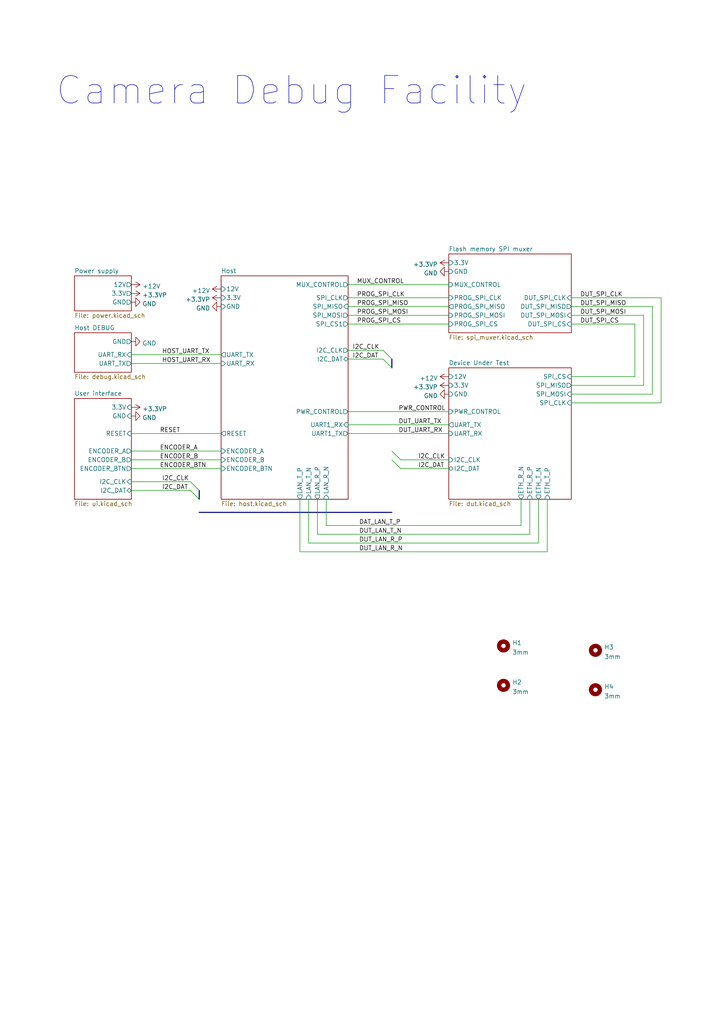
<source format=kicad_sch>
(kicad_sch (version 20210621) (generator eeschema)
  (paper "A4" portrait)
  (lib_symbols
    (symbol "Mechanical:MountingHole" (pin_names (offset 1.016))
      (property "Reference" "H" (at 0 5.08 0))
      (property "Value" "MountingHole" (at 0 3.175 0))
      (symbol "MountingHole_0_1"
        (circle (center 0 0) (radius 1.27) (stroke (width 1.27)) (stroke (width 1.27)))
      )
    )
    (symbol "power:+12V" (power) (pin_names (offset 0))
      (property "Value" "+12V" (at 0 3.556 0))
      (symbol "+12V_0_1"
        (polyline (pts (xy -0.762 1.27) (xy 0 2.54)))
        (polyline (pts (xy 0 0) (xy 0 2.54)))
        (polyline (pts (xy 0 2.54) (xy 0.762 1.27)))
      )
      (symbol "+12V_1_1"
        (pin power_in line (at 0 0 90) (length 0) hide (name "+12V") (number "1"))
      )
    )
    (symbol "power:+3.3VP" (power) (pin_names (offset 0))
      (property "Value" "+3.3VP" (at 0 2.54 0))
      (symbol "+3.3VP_0_0"
        (pin power_in line (at 0 0 90) (length 0) hide (name "+3.3VP") (number "1"))
      )
      (symbol "+3.3VP_0_1"
        (polyline (pts (xy -0.762 1.27) (xy 0 2.54)))
        (polyline (pts (xy 0 0) (xy 0 2.54)))
        (polyline (pts (xy 0 2.54) (xy 0.762 1.27)))
      )
    )
    (symbol "power:GND" (power) (pin_names (offset 0))
      (property "Value" "GND" (at 0 -3.81 0))
      (symbol "GND_0_1"
        (polyline (pts (xy 0 0) (xy 0 -1.27) (xy 1.27 -1.27) (xy 0 -2.54) (xy -1.27 -1.27) (xy 0 -1.27)))
      )
      (symbol "GND_1_1"
        (pin power_in line (at 0 0 270) (length 0) hide (name "GND") (number "1"))
      )
    )
  )
  (bus_entry (at 55.245 139.7) (size 2.54 2.54))
  (bus_entry (at 55.245 142.24) (size 2.54 2.54))
  (bus_entry (at 111.125 101.6) (size 2.54 2.54))
  (bus_entry (at 111.125 104.14) (size 2.54 2.54))
  (bus_entry (at 116.205 133.35) (size -2.54 -2.54))
  (bus_entry (at 116.205 135.89) (size -2.54 -2.54))
  (wire (pts (xy 38.1 102.87) (xy 64.135 102.87)))
  (wire (pts (xy 38.1 105.41) (xy 64.135 105.41)))
  (wire (pts (xy 38.1 125.73) (xy 64.135 125.73)))
  (wire (pts (xy 38.1 130.81) (xy 64.135 130.81)))
  (wire (pts (xy 38.1 133.35) (xy 64.135 133.35)))
  (wire (pts (xy 38.1 135.89) (xy 64.135 135.89)))
  (wire (pts (xy 38.1 139.7) (xy 55.245 139.7)))
  (wire (pts (xy 38.1 142.24) (xy 55.245 142.24)))
  (wire (pts (xy 86.995 144.78) (xy 86.995 160.02)))
  (wire (pts (xy 86.995 160.02) (xy 158.75 160.02)))
  (wire (pts (xy 89.535 157.48) (xy 89.535 144.78)))
  (wire (pts (xy 92.075 144.78) (xy 92.075 154.94)))
  (wire (pts (xy 92.075 154.94) (xy 153.67 154.94)))
  (wire (pts (xy 94.615 144.78) (xy 94.615 152.4)))
  (wire (pts (xy 94.615 152.4) (xy 151.13 152.4)))
  (wire (pts (xy 100.965 82.55) (xy 130.175 82.55)))
  (wire (pts (xy 100.965 86.36) (xy 130.175 86.36)))
  (wire (pts (xy 100.965 88.9) (xy 130.175 88.9)))
  (wire (pts (xy 100.965 91.44) (xy 130.175 91.44)))
  (wire (pts (xy 100.965 93.98) (xy 130.175 93.98)))
  (wire (pts (xy 100.965 101.6) (xy 111.125 101.6)))
  (wire (pts (xy 100.965 104.14) (xy 111.125 104.14)))
  (wire (pts (xy 100.965 119.38) (xy 130.175 119.38)))
  (wire (pts (xy 100.965 123.19) (xy 130.175 123.19)))
  (wire (pts (xy 100.965 125.73) (xy 130.175 125.73)))
  (wire (pts (xy 116.205 133.35) (xy 130.175 133.35)))
  (wire (pts (xy 116.205 135.89) (xy 130.175 135.89)))
  (wire (pts (xy 151.13 152.4) (xy 151.13 144.78)))
  (wire (pts (xy 153.67 154.94) (xy 153.67 144.78)))
  (wire (pts (xy 156.21 144.78) (xy 156.21 157.48)))
  (wire (pts (xy 156.21 157.48) (xy 89.535 157.48)))
  (wire (pts (xy 158.75 160.02) (xy 158.75 144.78)))
  (wire (pts (xy 165.735 86.36) (xy 191.77 86.36)))
  (wire (pts (xy 165.735 88.9) (xy 189.23 88.9)))
  (wire (pts (xy 165.735 91.44) (xy 186.69 91.44)))
  (wire (pts (xy 165.735 93.98) (xy 184.15 93.98)))
  (wire (pts (xy 165.735 109.22) (xy 184.15 109.22)))
  (wire (pts (xy 165.735 111.76) (xy 186.69 111.76)))
  (wire (pts (xy 165.735 114.3) (xy 189.23 114.3)))
  (wire (pts (xy 165.735 116.84) (xy 191.77 116.84)))
  (wire (pts (xy 184.15 109.22) (xy 184.15 93.98)))
  (wire (pts (xy 186.69 111.76) (xy 186.69 91.44)))
  (wire (pts (xy 189.23 88.9) (xy 189.23 114.3)))
  (wire (pts (xy 191.77 116.84) (xy 191.77 86.36)))
  (bus (pts (xy 57.785 142.24) (xy 57.785 148.59)))
  (bus (pts (xy 57.785 148.59) (xy 113.665 148.59)))
  (bus (pts (xy 113.665 104.14) (xy 113.665 148.59)))
  (text "Camera Debug Facility" (at 15.875 31.115 0) (effects (font (size 8 8)) (justify left bottom)))
  (label "RESET" (at 46.355 125.73 0))
  (label "ENCODER_A" (at 46.355 130.81 0))
  (label "ENCODER_B" (at 46.355 133.35 0))
  (label "ENCODER_BTN" (at 46.355 135.89 0))
  (label "HOST_UART_TX" (at 46.99 102.87 0))
  (label "HOST_UART_RX" (at 46.99 105.41 0))
  (label "I2C_CLK" (at 46.99 139.7 0))
  (label "I2C_DAT" (at 46.99 142.24 0))
  (label "I2C_CLK" (at 102.235 101.6 0))
  (label "I2C_DAT" (at 102.235 104.14 0))
  (label "MUX_CONTROL" (at 103.505 82.55 0))
  (label "PROG_SPI_CLK" (at 103.505 86.36 0))
  (label "PROG_SPI_MISO" (at 103.505 88.9 0))
  (label "PROG_SPI_MOSI" (at 103.505 91.44 0))
  (label "PROG_SPI_CS" (at 103.505 93.98 0))
  (label "DAT_LAN_T_P" (at 104.14 152.4 0))
  (label "DUT_LAN_T_N" (at 104.14 154.94 0))
  (label "DUT_LAN_R_P" (at 104.14 157.48 0))
  (label "DUT_LAN_R_N" (at 104.14 160.02 0))
  (label "PWR_CONTROL" (at 115.57 119.38 0))
  (label "DUT_UART_TX" (at 115.57 123.19 0))
  (label "DUT_UART_RX" (at 115.57 125.73 0))
  (label "I2C_CLK" (at 121.285 133.35 0))
  (label "I2C_DAT" (at 121.285 135.89 0))
  (label "DUT_SPI_CLK" (at 168.275 86.36 0))
  (label "DUT_SPI_MISO" (at 168.275 88.9 0))
  (label "DUT_SPI_MOSI" (at 168.275 91.44 0))
  (label "DUT_SPI_CS" (at 168.275 93.98 0))
  (symbol (lib_id "power:+12V") (at 38.1 82.55 270) (unit 1)
    (property "Reference" "#PWR02" (effects hide))
    (property "Value" "+12V" (at 41.2749 83.029 90) (effects (justify left)))
  )
  (symbol (lib_id "power:+3.3VP") (at 38.1 85.09 270) (unit 1)
    (property "Reference" "#PWR?" (effects hide))
    (property "Value" "+3.3VP" (at 41.2749 85.569 90) (effects (justify left)))
  )
  (symbol (lib_id "power:+3.3VP") (at 38.1 118.11 270) (unit 1)
    (property "Reference" "#PWR?" (effects hide))
    (property "Value" "+3.3VP" (at 41.2749 118.589 90) (effects (justify left)))
  )
  (symbol (lib_id "power:+12V") (at 64.135 83.82 90) (unit 1)
    (property "Reference" "#PWR06" (effects hide))
    (property "Value" "+12V" (at 60.96 84.299 90) (effects (justify left)))
  )
  (symbol (lib_id "power:+3.3VP") (at 64.135 86.36 90) (unit 1)
    (property "Reference" "#PWR?" (effects hide))
    (property "Value" "+3.3VP" (at 60.96 86.839 90) (effects (justify left)))
  )
  (symbol (lib_id "power:+3.3VP") (at 130.175 76.2 90) (unit 1)
    (property "Reference" "#PWR?" (effects hide))
    (property "Value" "+3.3VP" (at 127 76.679 90) (effects (justify left)))
  )
  (symbol (lib_id "power:+12V") (at 130.175 109.22 90) (unit 1)
    (property "Reference" "#PWR09" (effects hide))
    (property "Value" "+12V" (at 127 109.699 90) (effects (justify left)))
  )
  (symbol (lib_id "power:+3.3VP") (at 130.175 111.76 90) (unit 1)
    (property "Reference" "#PWR?" (effects hide))
    (property "Value" "+3.3VP" (at 127 112.239 90) (effects (justify left)))
  )
  (symbol (lib_id "power:GND") (at 38.1 87.63 90) (unit 1)
    (property "Reference" "#PWR04" (effects hide))
    (property "Value" "GND" (at 41.275 88.109 90) (effects (justify right)))
  )
  (symbol (lib_id "power:GND") (at 38.1 99.06 90) (unit 1)
    (property "Reference" "#PWR?" (effects hide))
    (property "Value" "GND" (at 41.275 99.539 90) (effects (justify right)))
  )
  (symbol (lib_id "power:GND") (at 38.1 120.65 90) (unit 1)
    (property "Reference" "#PWR?" (effects hide))
    (property "Value" "GND" (at 41.275 121.129 90) (effects (justify right)))
  )
  (symbol (lib_id "power:GND") (at 64.135 88.9 270) (unit 1)
    (property "Reference" "#PWR?" (effects hide))
    (property "Value" "GND" (at 60.96 89.379 90) (effects (justify right)))
  )
  (symbol (lib_id "power:GND") (at 130.175 78.74 270) (unit 1)
    (property "Reference" "#PWR?" (effects hide))
    (property "Value" "GND" (at 127 79.219 90) (effects (justify right)))
  )
  (symbol (lib_id "power:GND") (at 130.175 114.3 270) (unit 1)
    (property "Reference" "#PWR?" (effects hide))
    (property "Value" "GND" (at 127 114.779 90) (effects (justify right)))
  )
  (symbol (lib_id "Mechanical:MountingHole") (at 146.05 187.325 0) (unit 1)
    (property "Reference" "H1" (at 148.59 186.4165 0) (effects (justify left)))
    (property "Value" "3mm" (at 148.59 189.1916 0) (effects (justify left)))
  )
  (symbol (lib_id "Mechanical:MountingHole") (at 146.05 198.755 0) (unit 1)
    (property "Reference" "H2" (at 148.59 197.8465 0) (effects (justify left)))
    (property "Value" "3mm" (at 148.59 200.6216 0) (effects (justify left)))
  )
  (symbol (lib_id "Mechanical:MountingHole") (at 172.72 188.595 0) (unit 1)
    (property "Reference" "H3" (at 175.26 187.6865 0) (effects (justify left)))
    (property "Value" "3mm" (at 175.26 190.4616 0) (effects (justify left)))
  )
  (symbol (lib_id "Mechanical:MountingHole") (at 172.72 200.025 0) (unit 1)
    (property "Reference" "H4" (at 175.26 199.1165 0) (effects (justify left)))
    (property "Value" "3mm" (at 175.26 201.8916 0) (effects (justify left)))
  )
  (sheet (at 130.175 106.68) (size 35.56 38.1) (stroke (width 0.1524))
    (property "Sheet name" "Device Under Test" (at 130.175 105.9684 0) (effects (justify left bottom)))
    (property "Sheet file" "dut.kicad_sch" (at 130.175 145.3646 0) (effects (justify left top)))
    (pin "GND" input (at 130.175 114.3 180))
    (pin "12V" input (at 130.175 109.22 180))
    (pin "3.3V" input (at 130.175 111.76 180))
    (pin "I2C_DAT" bidirectional (at 130.175 135.89 180))
    (pin "I2C_CLK" input (at 130.175 133.35 180))
    (pin "UART_TX" output (at 130.175 123.19 180))
    (pin "UART_RX" input (at 130.175 125.73 180))
    (pin "ETH_T_P" input (at 158.75 144.78 270))
    (pin "ETH_T_N" output (at 156.21 144.78 270))
    (pin "ETH_R_P" input (at 153.67 144.78 270))
    (pin "ETH_R_N" output (at 151.13 144.78 270))
    (pin "SPI_CS" input (at 165.735 109.22 0))
    (pin "SPI_CLK" input (at 165.735 116.84 0))
    (pin "SPI_MOSI" input (at 165.735 114.3 0))
    (pin "SPI_MISO" output (at 165.735 111.76 0))
    (pin "PWR_CONTROL" input (at 130.175 119.38 180))
  )
  (sheet (at 130.175 73.66) (size 35.56 22.86) (stroke (width 0.1524))
    (property "Sheet name" "Flash memory SPI muxer" (at 130.175 72.9484 0) (effects (justify left bottom)))
    (property "Sheet file" "spi_muxer.kicad_sch" (at 130.175 97.1046 0) (effects (justify left top)))
    (pin "3.3V" input (at 130.175 76.2 180))
    (pin "GND" input (at 130.175 78.74 180))
    (pin "MUX_CONTROL" input (at 130.175 82.55 180))
    (pin "DUT_SPI_CLK" input (at 165.735 86.36 0))
    (pin "DUT_SPI_MISO" output (at 165.735 88.9 0))
    (pin "DUT_SPI_MOSI" input (at 165.735 91.44 0))
    (pin "DUT_SPI_CS" input (at 165.735 93.98 0))
    (pin "PROG_SPI_CLK" input (at 130.175 86.36 180))
    (pin "PROG_SPI_MOSI" input (at 130.175 91.44 180))
    (pin "PROG_SPI_MISO" output (at 130.175 88.9 180))
    (pin "PROG_SPI_CS" input (at 130.175 93.98 180))
  )
  (sheet (at 64.135 80.01) (size 36.83 64.77) (stroke (width 0.1524))
    (property "Sheet name" "Host" (at 64.135 79.2984 0) (effects (justify left bottom)))
    (property "Sheet file" "host.kicad_sch" (at 64.135 145.3646 0) (effects (justify left top)))
    (pin "12V" input (at 64.135 83.82 180))
    (pin "3.3V" input (at 64.135 86.36 180))
    (pin "GND" input (at 64.135 88.9 180))
    (pin "I2C_CLK" output (at 100.965 101.6 0))
    (pin "I2C_DAT" bidirectional (at 100.965 104.14 0))
    (pin "SPI_CLK" output (at 100.965 86.36 0))
    (pin "SPI_MOSI" output (at 100.965 91.44 0))
    (pin "SPI_MISO" input (at 100.965 88.9 0))
    (pin "SPI_CS1" output (at 100.965 93.98 0))
    (pin "ENCODER_A" input (at 64.135 130.81 180))
    (pin "ENCODER_B" input (at 64.135 133.35 180))
    (pin "ENCODER_BTN" input (at 64.135 135.89 180))
    (pin "LAN_T_P" output (at 86.995 144.78 270))
    (pin "LAN_T_N" input (at 89.535 144.78 270))
    (pin "LAN_R_P" output (at 92.075 144.78 270))
    (pin "LAN_R_N" input (at 94.615 144.78 270))
    (pin "UART_TX" output (at 64.135 102.87 180))
    (pin "UART_RX" input (at 64.135 105.41 180))
    (pin "MUX_CONTROL" output (at 100.965 82.55 0))
    (pin "PWR_CONTROL" output (at 100.965 119.38 0))
    (pin "RESET" output (at 64.135 125.73 180))
    (pin "UART1_TX" output (at 100.965 125.73 0))
    (pin "UART1_RX" input (at 100.965 123.19 0))
  )
  (sheet (at 21.59 96.52) (size 16.51 11.43) (stroke (width 0.1524))
    (property "Sheet name" "Host DEBUG" (at 21.59 95.8084 0) (effects (justify left bottom)))
    (property "Sheet file" "debug.kicad_sch" (at 21.59 108.5346 0) (effects (justify left top)))
    (pin "UART_TX" output (at 38.1 105.41 0))
    (pin "UART_RX" input (at 38.1 102.87 0))
    (pin "GND" output (at 38.1 99.06 0))
  )
  (sheet (at 21.59 80.01) (size 16.51 10.16) (stroke (width 0.1524))
    (property "Sheet name" "Power supply" (at 21.59 79.2984 0) (effects (justify left bottom)))
    (property "Sheet file" "power.kicad_sch" (at 21.59 90.7546 0) (effects (justify left top)))
    (pin "3.3V" output (at 38.1 85.09 0))
    (pin "GND" output (at 38.1 87.63 0))
    (pin "12V" output (at 38.1 82.55 0))
  )
  (sheet (at 21.59 115.57) (size 16.51 29.21) (stroke (width 0.1524))
    (property "Sheet name" "User interface" (at 21.59 114.8584 0) (effects (justify left bottom)))
    (property "Sheet file" "ui.kicad_sch" (at 21.59 145.3646 0) (effects (justify left top)))
    (pin "3.3V" input (at 38.1 118.11 0))
    (pin "GND" input (at 38.1 120.65 0))
    (pin "RESET" input (at 38.1 125.73 0))
    (pin "I2C_CLK" input (at 38.1 139.7 0))
    (pin "I2C_DAT" bidirectional (at 38.1 142.24 0))
    (pin "ENCODER_A" output (at 38.1 130.81 0))
    (pin "ENCODER_B" output (at 38.1 133.35 0))
    (pin "ENCODER_BTN" output (at 38.1 135.89 0))
  )
)
</source>
